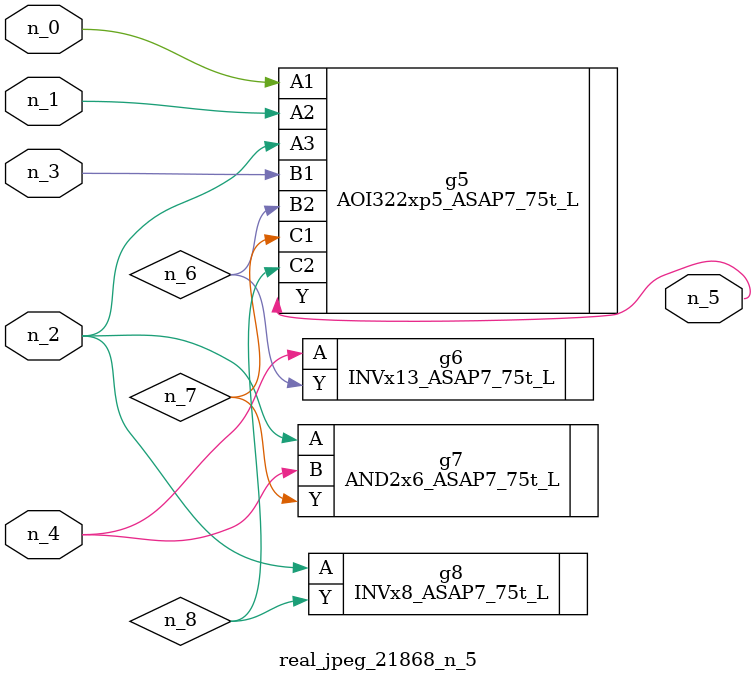
<source format=v>
module real_jpeg_21868_n_5 (n_4, n_0, n_1, n_2, n_3, n_5);

input n_4;
input n_0;
input n_1;
input n_2;
input n_3;

output n_5;

wire n_8;
wire n_6;
wire n_7;

AOI322xp5_ASAP7_75t_L g5 ( 
.A1(n_0),
.A2(n_1),
.A3(n_2),
.B1(n_3),
.B2(n_6),
.C1(n_7),
.C2(n_8),
.Y(n_5)
);

AND2x6_ASAP7_75t_L g7 ( 
.A(n_2),
.B(n_4),
.Y(n_7)
);

INVx8_ASAP7_75t_L g8 ( 
.A(n_2),
.Y(n_8)
);

INVx13_ASAP7_75t_L g6 ( 
.A(n_4),
.Y(n_6)
);


endmodule
</source>
